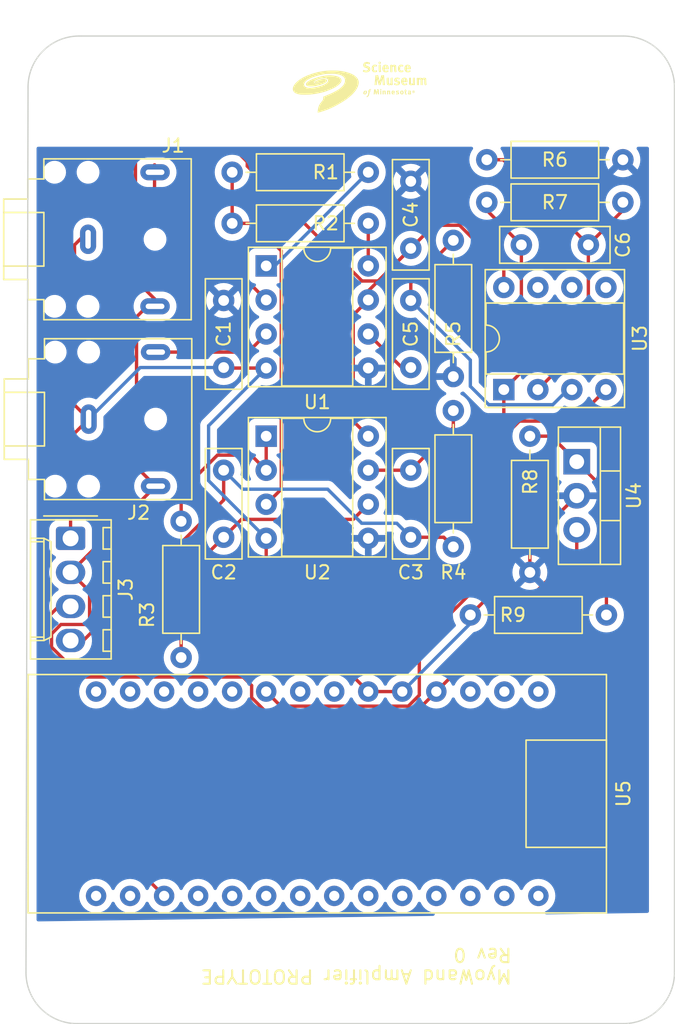
<source format=kicad_pcb>
(kicad_pcb (version 20221018) (generator pcbnew)
  (layers (0 "F.Cu" signal) (31 "B.Cu" signal) (34 "B.Paste" user) (35 "F.Paste" user) (36 "B.SilkS" user "B.Silkscreen") (37 "F.SilkS" user "F.Silkscreen") (38 "B.Mask" user) (39 "F.Mask" user) (44 "Edge.Cuts" user))
  (net 0 "")
  (net 1 "+2V5")
  (net 2 "GND")
  (net 3 "Net-(U2-NEG_B)")
  (net 4 "Net-(J3-Pin_4)")
  (net 5 "Net-(U2-OUT_B)")
  (net 6 "+5V")
  (net 7 "Net-(C5-Pad1)")
  (net 8 "Net-(U3-POS_A)")
  (net 9 "Net-(U3-NEG_A)")
  (net 10 "Net-(U3-OUT_A)")
  (net 11 "Net-(U1--)")
  (net 12 "Net-(U1-+)")
  (net 13 "Net-(J3-Pin_3)")
  (net 14 "Net-(U2-POS_A)")
  (net 15 "Net-(R1-Pad2)")
  (net 16 "Net-(R2-Pad2)")
  (net 17 "Net-(U2-NEG_A)")
  (net 18 "Net-(U4-ADJ)")
  (footprint "MountingHole:MountingHole_3.2mm_M3" (layer "F.Cu") (at 106.045 122.555)
    (fp_text reference "REF**" hide)
    (fp_text value "MountingHole_3.2mm_M3" hide)
    (pad "" np_thru_hole circle (at 0 0) (size 3.2 3.2) (drill 3.2) (layers "*.Cu" "*.Mask"))
  )
  (footprint "SMM:Resistor_L6.3mm_D2.5mm_P10.16mm_Horizontal" (layer "F.Cu") (at 93.345 67.945 -90)
    (fp_text reference "R5" (at 6.985 0 -90) (layer "F.SilkS"))
    (fp_text value "1M")
    (pad "1" thru_hole circle (at 0 0 270) (size 1.6 1.6) (drill 0.8) (layers "*.Cu" "*.Mask") (net 8 "Net-(U3-POS_A)"))
    (pad "2" thru_hole oval (at 10.16 0 270) (size 1.6 1.6) (drill 0.8) (layers "*.Cu" "*.Mask") (net 1 "+2V5"))
  )
  (footprint "SMM:Resistor_L6.3mm_D2.5mm_P10.16mm_Horizontal" (layer "F.Cu") (at 99.06 92.71 90)
    (fp_text reference "R8" (at 6.755 0.03 90) (layer "F.SilkS"))
    (fp_text value "240R")
    (pad "1" thru_hole circle (at 0 0 90) (size 1.6 1.6) (drill 0.8) (layers "*.Cu" "*.Mask") (net 1 "+2V5"))
    (pad "2" thru_hole oval (at 10.16 0 90) (size 1.6 1.6) (drill 0.8) (layers "*.Cu" "*.Mask") (net 18 "Net-(U4-ADJ)"))
  )
  (footprint "Capacitor_THT:C_Disc_D8.0mm_W2.5mm_P5.00mm" (layer "F.Cu") (at 90.17 77.43 90)
    (fp_text reference "C5" (at 2.5 0 270) (layer "F.SilkS"))
    (fp_text value "1uF")
    (pad "1" thru_hole circle (at 0 0 90) (size 1.6 1.6) (drill 0.8) (layers "*.Cu" "*.Mask") (net 7 "Net-(C5-Pad1)"))
    (pad "2" thru_hole circle (at 5 0 90) (size 1.6 1.6) (drill 0.8) (layers "*.Cu" "*.Mask") (net 8 "Net-(U3-POS_A)"))
  )
  (footprint "Capacitor_THT:C_Disc_D8.0mm_W2.5mm_P5.00mm" (layer "F.Cu") (at 76.2 72.43 -90)
    (fp_text reference "C1" (at 2.5 0 -90) (layer "F.SilkS"))
    (fp_text value "100nF")
    (pad "1" thru_hole circle (at 0 0 270) (size 1.6 1.6) (drill 0.8) (layers "*.Cu" "*.Mask") (net 1 "+2V5"))
    (pad "2" thru_hole circle (at 5 0 270) (size 1.6 1.6) (drill 0.8) (layers "*.Cu" "*.Mask") (net 2 "GND"))
  )
  (footprint "SMM:Resistor_L6.3mm_D2.5mm_P10.16mm_Horizontal" (layer "F.Cu") (at 76.835 66.675)
    (fp_text reference "R2" (at 6.985 0) (layer "F.SilkS"))
    (fp_text value "2.2k")
    (pad "1" thru_hole circle (at 0 0) (size 1.6 1.6) (drill 0.8) (layers "*.Cu" "*.Mask") (net 14 "Net-(U2-POS_A)"))
    (pad "2" thru_hole oval (at 10.16 0) (size 1.6 1.6) (drill 0.8) (layers "*.Cu" "*.Mask") (net 16 "Net-(R2-Pad2)"))
  )
  (footprint "Package_DIP:DIP-8_W7.62mm_Socket" (layer "F.Cu") (at 79.375 82.55)
    (fp_text reference "U2" (at 3.81 10.16) (layer "F.SilkS"))
    (fp_text value "LM1458N")
    (pad "1" thru_hole rect (at 0 0) (size 1.6 1.6) (drill 0.8) (layers "*.Cu" "*.Mask") (net 17 "Net-(U2-NEG_A)"))
    (pad "2" thru_hole oval (at 0 2.54) (size 1.6 1.6) (drill 0.8) (layers "*.Cu" "*.Mask") (net 17 "Net-(U2-NEG_A)"))
    (pad "3" thru_hole oval (at 0 5.08) (size 1.6 1.6) (drill 0.8) (layers "*.Cu" "*.Mask") (net 14 "Net-(U2-POS_A)"))
    (pad "4" thru_hole oval (at 0 7.62) (size 1.6 1.6) (drill 0.8) (layers "*.Cu" "*.Mask") (net 2 "GND"))
    (pad "5" thru_hole oval (at 7.62 7.62) (size 1.6 1.6) (drill 0.8) (layers "*.Cu" "*.Mask") (net 1 "+2V5"))
    (pad "6" thru_hole oval (at 7.62 5.08) (size 1.6 1.6) (drill 0.8) (layers "*.Cu" "*.Mask") (net 3 "Net-(U2-NEG_B)"))
    (pad "7" thru_hole oval (at 7.62 2.54) (size 1.6 1.6) (drill 0.8) (layers "*.Cu" "*.Mask") (net 5 "Net-(U2-OUT_B)"))
    (pad "8" thru_hole oval (at 7.62 0) (size 1.6 1.6) (drill 0.8) (layers "*.Cu" "*.Mask") (net 6 "+5V"))
  )
  (footprint "SMM:smm-logo-10mm" (layer "F.Cu") (at 86.36 56.515)
    (fp_text reference "G***")
    (fp_text value "LOGO" hide)
  )
  (footprint "SMM:Resistor_L6.3mm_D2.5mm_P10.16mm_Horizontal" (layer "F.Cu") (at 106.005 65.1075 180)
    (fp_text reference "R7" (at 5.08 0) (layer "F.SilkS"))
    (fp_text value "10k")
    (pad "1" thru_hole circle (at 0 0 180) (size 1.6 1.6) (drill 0.8) (layers "*.Cu" "*.Mask") (net 9 "Net-(U3-NEG_A)"))
    (pad "2" thru_hole oval (at 10.16 0 180) (size 1.6 1.6) (drill 0.8) (layers "*.Cu" "*.Mask") (net 10 "Net-(U3-OUT_A)"))
  )
  (footprint "Connector_Audio:Jack_3.5mm_CUI_SJ1-3523N_Horizontal" (layer "F.Cu") (at 66.0762 67.865 -90)
    (fp_text reference "J1" (at -6.985 -6.35) (layer "F.SilkS"))
    (fp_text value "Electrode1")
    (pad "" np_thru_hole circle (at -5 0 270) (size 1.2 1.2) (drill 1.2) (layers "F&B.Cu" "*.Mask"))
    (pad "" np_thru_hole circle (at -5 2.5 270) (size 1.2 1.2) (drill 1.2) (layers "F&B.Cu" "*.Mask"))
    (pad "" np_thru_hole circle (at 0 -5 270) (size 1.2 1.2) (drill 1.2) (layers "F&B.Cu" "*.Mask"))
    (pad "" np_thru_hole circle (at 5 0 270) (size 1.2 1.2) (drill 1.2) (layers "F&B.Cu" "*.Mask"))
    (pad "" np_thru_hole circle (at 5 2.5 270) (size 1.2 1.2) (drill 1.2) (layers "F&B.Cu" "*.Mask"))
    (pad "R" thru_hole oval (at -5 -5 270) (size 1.2 2.2) (drill oval 0.4 1.4) (layers "*.Cu" "*.Mask") (net 11 "Net-(U1--)"))
    (pad "S" thru_hole oval (at 0 0 270) (size 2.2 1.2) (drill oval 1.4 0.4) (layers "*.Cu" "*.Mask") (net 2 "GND"))
    (pad "T" thru_hole oval (at 5 -5 90) (size 1.2 2.2) (drill oval 0.4 1.4) (layers "*.Cu" "*.Mask") (net 6 "+5V"))
  )
  (footprint "SMM:Metro-Mini" (layer "F.Cu") (at 99.695 101.6 -90)
    (fp_text reference "U5" (at 7.62 -6.35 90) (layer "F.SilkS"))
    (fp_text value "Adafruit_Metro_Mini")
    (pad "1" thru_hole circle (at 0 0 270) (size 1.524 1.524) (drill 0.762) (layers "*.Cu" "*.Mask"))
    (pad "2" thru_hole circle (at 0 2.54 270) (size 1.524 1.524) (drill 0.762) (layers "*.Cu" "*.Mask"))
    (pad "3" thru_hole circle (at 0 5.08 270) (size 1.524 1.524) (drill 0.762) (layers "*.Cu" "*.Mask"))
    (pad "4" thru_hole circle (at 0 7.62 270) (size 1.524 1.524) (drill 0.762) (layers "*.Cu" "*.Mask") (net 6 "+5V"))
    (pad "5" thru_hole circle (at 0 10.16 270) (size 1.524 1.524) (drill 0.762) (layers "*.Cu" "*.Mask") (net 2 "GND"))
    (pad "6" thru_hole circle (at 0 12.7 270) (size 1.524 1.524) (drill 0.762) (layers "*.Cu" "*.Mask") (net 2 "GND"))
    (pad "7" thru_hole circle (at 0 15.24 270) (size 1.524 1.524) (drill 0.762) (layers "*.Cu" "*.Mask"))
    (pad "8" thru_hole circle (at 0 17.78 270) (size 1.524 1.524) (drill 0.762) (layers "*.Cu" "*.Mask"))
    (pad "9" thru_hole circle (at 0 20.32 270) (size 1.524 1.524) (drill 0.762) (layers "*.Cu" "*.Mask") (net 10 "Net-(U3-OUT_A)"))
    (pad "10" thru_hole circle (at 0 22.86 270) (size 1.524 1.524) (drill 0.762) (layers "*.Cu" "*.Mask"))
    (pad "11" thru_hole circle (at 0 25.4 270) (size 1.524 1.524) (drill 0.762) (layers "*.Cu" "*.Mask"))
    (pad "12" thru_hole circle (at 0 27.94 270) (size 1.524 1.524) (drill 0.762) (layers "*.Cu" "*.Mask"))
    (pad "13" thru_hole circle (at 0 30.48 270) (size 1.524 1.524) (drill 0.762) (layers "*.Cu" "*.Mask"))
    (pad "14" thru_hole circle (at 0 33.02 270) (size 1.524 1.524) (drill 0.762) (layers "*.Cu" "*.Mask"))
    (pad "15" thru_hole circle (at 15.24 33.02 270) (size 1.524 1.524) (drill 0.762) (layers "*.Cu" "*.Mask"))
    (pad "16" thru_hole circle (at 15.24 30.48 270) (size 1.524 1.524) (drill 0.762) (layers "*.Cu" "*.Mask"))
    (pad "17" thru_hole circle (at 15.24 27.94 270) (size 1.524 1.524) (drill 0.762) (layers "*.Cu" "*.Mask") (net 13 "Net-(J3-Pin_3)"))
    (pad "18" thru_hole circle (at 15.24 25.4 270) (size 1.524 1.524) (drill 0.762) (layers "*.Cu" "*.Mask"))
    (pad "19" thru_hole circle (at 15.24 22.86 270) (size 1.524 1.524) (drill 0.762) (layers "*.Cu" "*.Mask"))
    (pad "20" thru_hole circle (at 15.24 20.32 270) (size 1.524 1.524) (drill 0.762) (layers "*.Cu" "*.Mask"))
    (pad "21" thru_hole circle (at 15.24 17.78 270) (size 1.524 1.524) (drill 0.762) (layers "*.Cu" "*.Mask"))
    (pad "22" thru_hole circle (at 15.24 15.24 270) (size 1.524 1.524) (drill 0.762) (layers "*.Cu" "*.Mask"))
    (pad "23" thru_hole circle (at 15.24 12.7 270) (size 1.524 1.524) (drill 0.762) (layers "*.Cu" "*.Mask"))
    (pad "24" thru_hole circle (at 15.24 10.16 270) (size 1.524 1.524) (drill 0.762) (layers "*.Cu" "*.Mask"))
    (pad "25" thru_hole circle (at 15.24 7.62 270) (size 1.524 1.524) (drill 0.762) (layers "*.Cu" "*.Mask"))
    (pad "26" thru_hole circle (at 15.24 5.08 270) (size 1.524 1.524) (drill 0.762) (layers "*.Cu" "*.Mask"))
    (pad "27" thru_hole circle (at 15.24 2.54 270) (size 1.524 1.524) (drill 0.762) (layers "*.Cu" "*.Mask"))
    (pad "28" thru_hole circle (at 15.24 0 270) (size 1.524 1.524) (drill 0.762) (layers "*.Cu" "*.Mask"))
  )
  (footprint "SMM:KK-1x04" (layer "F.Cu") (at 64.77 90.17 -90)
    (fp_text reference "J3" (at 3.81 -4.12 90) (layer "F.SilkS"))
    (fp_text value "Conn_01x04")
    (pad "1" thru_hole roundrect (at 0 0 270) (size 1.74 2.19) (drill 1.19) (layers "*.Cu" "*.Mask") (roundrect_rratio 0.143678) (net 2 "GND"))
    (pad "2" thru_hole oval (at 2.54 0 270) (size 1.74 2.19) (drill 1.19) (layers "*.Cu" "*.Mask") (net 6 "+5V"))
    (pad "3" thru_hole oval (at 5.08 0 270) (size 1.74 2.19) (drill 1.19) (layers "*.Cu" "*.Mask") (net 13 "Net-(J3-Pin_3)"))
    (pad "4" thru_hole oval (at 7.62 0 270) (size 1.74 2.19) (drill 1.19) (layers "*.Cu" "*.Mask") (net 4 "Net-(J3-Pin_4)"))
  )
  (footprint "Connector_Audio:Jack_3.5mm_CUI_SJ1-3523N_Horizontal" (layer "F.Cu") (at 66.12 81.28 -90)
    (fp_text reference "J2" (at 6.985 -3.73 -180) (layer "F.SilkS"))
    (fp_text value "Electrode2")
    (pad "" np_thru_hole circle (at -5 0 270) (size 1.2 1.2) (drill 1.2) (layers "F&B.Cu" "*.Mask"))
    (pad "" np_thru_hole circle (at -5 2.5 270) (size 1.2 1.2) (drill 1.2) (layers "F&B.Cu" "*.Mask"))
    (pad "" np_thru_hole circle (at 0 -5 270) (size 1.2 1.2) (drill 1.2) (layers "F&B.Cu" "*.Mask"))
    (pad "" np_thru_hole circle (at 5 0 270) (size 1.2 1.2) (drill 1.2) (layers "F&B.Cu" "*.Mask"))
    (pad "" np_thru_hole circle (at 5 2.5 270) (size 1.2 1.2) (drill 1.2) (layers "F&B.Cu" "*.Mask"))
    (pad "R" thru_hole oval (at -5 -5 270) (size 1.2 2.2) (drill oval 0.4 1.4) (layers "*.Cu" "*.Mask") (net 12 "Net-(U1-+)"))
    (pad "S" thru_hole oval (at 0 0 270) (size 2.2 1.2) (drill oval 1.4 0.4) (layers "*.Cu" "*.Mask") (net 2 "GND"))
    (pad "T" thru_hole oval (at 5 -5 90) (size 1.2 2.2) (drill oval 0.4 1.4) (layers "*.Cu" "*.Mask") (net 6 "+5V"))
  )
  (footprint "Capacitor_THT:C_Disc_D8.0mm_W2.5mm_P5.00mm" (layer "F.Cu") (at 76.2 90.09 90)
    (fp_text reference "C2" (at -2.62 0) (layer "F.SilkS"))
    (fp_text value ".1nF")
    (pad "1" thru_hole circle (at 0 0 90) (size 1.6 1.6) (drill 0.8) (layers "*.Cu" "*.Mask") (net 3 "Net-(U2-NEG_B)"))
    (pad "2" thru_hole circle (at 5 0 90) (size 1.6 1.6) (drill 0.8) (layers "*.Cu" "*.Mask") (net 4 "Net-(J3-Pin_4)"))
  )
  (footprint "MountingHole:MountingHole_3.2mm_M3" (layer "F.Cu") (at 106.045 56.515)
    (fp_text reference "REF**" hide)
    (fp_text value "MountingHole_3.2mm_M3" hide)
    (pad "" np_thru_hole circle (at 0 0) (size 3.2 3.2) (drill 3.2) (layers "*.Cu" "*.Mask"))
  )
  (footprint "Package_DIP:DIP-8_W7.62mm_Socket" (layer "F.Cu") (at 79.375 69.85)
    (fp_text reference "U1" (at 3.81 10.16) (layer "F.SilkS"))
    (fp_text value "AD620")
    (pad "1" thru_hole rect (at 0 0) (size 1.6 1.6) (drill 0.8) (layers "*.Cu" "*.Mask") (net 15 "Net-(R1-Pad2)"))
    (pad "2" thru_hole oval (at 0 2.54) (size 1.6 1.6) (drill 0.8) (layers "*.Cu" "*.Mask") (net 11 "Net-(U1--)"))
    (pad "3" thru_hole oval (at 0 5.08) (size 1.6 1.6) (drill 0.8) (layers "*.Cu" "*.Mask") (net 12 "Net-(U1-+)"))
    (pad "4" thru_hole oval (at 0 7.62) (size 1.6 1.6) (drill 0.8) (layers "*.Cu" "*.Mask") (net 2 "GND"))
    (pad "5" thru_hole oval (at 7.62 7.62) (size 1.6 1.6) (drill 0.8) (layers "*.Cu" "*.Mask") (net 1 "+2V5"))
    (pad "6" thru_hole oval (at 7.62 5.08) (size 1.6 1.6) (drill 0.8) (layers "*.Cu" "*.Mask") (net 7 "Net-(C5-Pad1)"))
    (pad "7" thru_hole oval (at 7.62 2.54) (size 1.6 1.6) (drill 0.8) (layers "*.Cu" "*.Mask") (net 6 "+5V"))
    (pad "8" thru_hole oval (at 7.62 0) (size 1.6 1.6) (drill 0.8) (layers "*.Cu" "*.Mask") (net 16 "Net-(R2-Pad2)"))
  )
  (footprint "SMM:Resistor_L6.3mm_D2.5mm_P10.16mm_Horizontal" (layer "F.Cu") (at 104.775 95.885 180)
    (fp_text reference "R9" (at 6.985 0) (layer "F.SilkS"))
    (fp_text value "240R")
    (pad "1" thru_hole circle (at 0 0 180) (size 1.6 1.6) (drill 0.8) (layers "*.Cu" "*.Mask") (net 18 "Net-(U4-ADJ)"))
    (pad "2" thru_hole oval (at 10.16 0 180) (size 1.6 1.6) (drill 0.8) (layers "*.Cu" "*.Mask") (net 2 "GND"))
  )
  (footprint "Package_TO_SOT_THT:TO-220-3_Vertical" (layer "F.Cu") (at 102.56 84.455 -90)
    (fp_text reference "U4" (at 2.54 -4.27 90) (layer "F.SilkS"))
    (fp_text value "LM317_TO-220")
    (pad "1" thru_hole rect (at 0 0 270) (size 1.905 2) (drill 1.1) (layers "*.Cu" "*.Mask") (net 18 "Net-(U4-ADJ)"))
    (pad "2" thru_hole oval (at 2.54 0 270) (size 1.905 2) (drill 1.1) (layers "*.Cu" "*.Mask") (net 1 "+2V5"))
    (pad "3" thru_hole oval (at 5.08 0 270) (size 1.905 2) (drill 1.1) (layers "*.Cu" "*.Mask") (net 6 "+5V"))
  )
  (footprint "Capacitor_THT:C_Disc_D8.0mm_W2.5mm_P5.00mm" (layer "F.Cu") (at 90.17 85.09 -90)
    (fp_text reference "C3" (at 7.62 0) (layer "F.SilkS"))
    (fp_text value ".1nF")
    (pad "1" thru_hole circle (at 0 0 270) (size 1.6 1.6) (drill 0.8) (layers "*.Cu" "*.Mask") (net 5 "Net-(U2-OUT_B)"))
    (pad "2" thru_hole circle (at 5 0 270) (size 1.6 1.6) (drill 0.8) (layers "*.Cu" "*.Mask") (net 4 "Net-(J3-Pin_4)"))
  )
  (footprint "MountingHole:MountingHole_3.2mm_M3" (layer "F.Cu") (at 65.405 122.555)
    (fp_text reference "REF**" hide)
    (fp_text value "MountingHole_3.2mm_M3" hide)
    (pad "" np_thru_hole circle (at 0 0) (size 3.2 3.2) (drill 3.2) (layers "*.Cu" "*.Mask"))
  )
  (footprint "Package_DIP:DIP-8_W7.62mm_Socket" (layer "F.Cu") (at 97.115 79.0775 90)
    (fp_text reference "U3" (at 3.81 10.16 90) (layer "F.SilkS"))
    (fp_text value "LM1458N")
    (pad "1" thru_hole rect (at 0 0 90) (size 1.6 1.6) (drill 0.8) (layers "*.Cu" "*.Mask") (net 10 "Net-(U3-OUT_A)"))
    (pad "2" thru_hole oval (at 0 2.54 90) (size 1.6 1.6) (drill 0.8) (layers "*.Cu" "*.Mask") (net 9 "Net-(U3-NEG_A)"))
    (pad "3" thru_hole oval (at 0 5.08 90) (size 1.6 1.6) (drill 0.8) (layers "*.Cu" "*.Mask") (net 8 "Net-(U3-POS_A)"))
    (pad "4" thru_hole oval (at 0 7.62 90) (size 1.6 1.6) (drill 0.8) (layers "*.Cu" "*.Mask") (net 2 "GND"))
    (pad "5" thru_hole oval (at 7.62 7.62 90) (size 1.6 1.6) (drill 0.8) (layers "*.Cu" "*.Mask"))
    (pad "6" thru_hole oval (at 7.62 5.08 90) (size 1.6 1.6) (drill 0.8) (layers "*.Cu" "*.Mask"))
    (pad "7" thru_hole oval (at 7.62 2.54 90) (size 1.6 1.6) (drill 0.8) (layers "*.Cu" "*.Mask"))
    (pad "8" thru_hole oval (at 7.62 0 90) (size 1.6 1.6) (drill 0.8) (layers "*.Cu" "*.Mask") (net 6 "+5V"))
  )
  (footprint "SMM:Resistor_L6.3mm_D2.5mm_P10.16mm_Horizontal" (layer "F.Cu") (at 76.835 62.865)
    (fp_text reference "R1" (at 6.985 0) (layer "F.SilkS"))
    (fp_text value "2.2k")
    (pad "1" thru_hole circle (at 0 0) (size 1.6 1.6) (drill 0.8) (layers "*.Cu" "*.Mask") (net 14 "Net-(U2-POS_A)"))
    (pad "2" thru_hole oval (at 10.16 0) (size 1.6 1.6) (drill 0.8) (layers "*.Cu" "*.Mask") (net 15 "Net-(R1-Pad2)"))
  )
  (footprint "SMM:Resistor_L6.3mm_D2.5mm_P10.16mm_Horizontal" (layer "F.Cu") (at 73.025 88.9 -90)
    (fp_text reference "R3" (at 6.985 2.54 90) (layer "F.SilkS"))
    (fp_text value "10k")
    (pad "1" thru_hole circle (at 0 0 270) (size 1.6 1.6) (drill 0.8) (layers "*.Cu" "*.Mask") (net 17 "Net-(U2-NEG_A)"))
    (pad "2" thru_hole oval (at 10.16 0 270) (size 1.6 1.6) (drill 0.8) (layers "*.Cu" "*.Mask") (net 3 "Net-(U2-NEG_B)"))
  )
  (footprint "Capacitor_THT:C_Disc_D8.0mm_W2.5mm_P5.00mm" (layer "F.Cu") (at 90.17 68.54 90)
    (fp_text reference "C4" (at 2.5 0 90) (layer "F.SilkS"))
    (fp_text value "100nF")
    (pad "1" thru_hole circle (at 0 0 90) (size 1.6 1.6) (drill 0.8) (layers "*.Cu" "*.Mask") (net 6 "+5V"))
    (pad "2" thru_hole circle (at 5 0 90) (size 1.6 1.6) (drill 0.8) (layers "*.Cu" "*.Mask") (net 1 "+2V5"))
  )
  (footprint "SMM:Resistor_L6.3mm_D2.5mm_P10.16mm_Horizontal" (layer "F.Cu") (at 93.345 80.645 -90)
    (fp_text reference "R4" (at 12.065 0) (layer "F.SilkS"))
    (fp_text value "200k")
    (pad "1" thru_hole circle (at 0 0 270) (size 1.6 1.6) (drill 0.8) (layers "*.Cu" "*.Mask") (net 5 "Net-(U2-OUT_B)"))
    (pad "2" thru_hole oval (at 10.16 0 270) (size 1.6 1.6) (drill 0.8) (layers "*.Cu" "*.Mask") (net 4 "Net-(J3-Pin_4)"))
  )
  (footprint "SMM:Resistor_L6.3mm_D2.5mm_P10.16mm_Horizontal" (layer "F.Cu") (at 106.005 61.9325 180)
    (fp_text reference "R6" (at 5.08 0) (layer "F.SilkS"))
    (fp_text value "1k")
    (pad "1" thru_hole circle (at 0 0 180) (size 1.6 1.6) (drill 0.8) (layers "*.Cu" "*.Mask") (net 1 "+2V5"))
    (pad "2" thru_hole oval (at 10.16 0 180) (size 1.6 1.6) (drill 0.8) (layers "*.Cu" "*.Mask") (net 9 "Net-(U3-NEG_A)"))
  )
  (footprint "MountingHole:MountingHole_3.2mm_M3" (layer "F.Cu") (at 65.405 56.515)
    (fp_text reference "REF**" hide)
    (fp_text value "MountingHole_3.2mm_M3" hide)
    (pad "" np_thru_hole circle (at 0 0) (size 3.2 3.2) (drill 3.2) (layers "*.Cu" "*.Mask"))
  )
  (footprint "Capacitor_THT:C_Disc_D8.0mm_W2.5mm_P5.00mm" (layer "F.Cu") (at 103.425 68.2825 180)
    (fp_text reference "C6" (at -2.58 0 90) (layer "F.SilkS"))
    (fp_text value "1nF")
    (pad "1" thru_hole circle (at 0 0 180) (size 1.6 1.6) (drill 0.8) (layers "*.Cu" "*.Mask") (net 9 "Net-(U3-NEG_A)"))
    (pad "2" thru_hole circle (at 5 0 180) (size 1.6 1.6) (drill 0.8) (layers "*.Cu" "*.Mask") (net 10 "Net-(U3-OUT_A)"))
  )
  (gr_arc (start 61.595 56.515) (mid 62.710923 53.820923) (end 65.405 52.705) (stroke (width 0.1)) (layer "Edge.Cuts"))
  (gr_arc (start 106.045 52.705) (mid 108.739077 53.820923) (end 109.855 56.515) (stroke (width 0.1)) (layer "Edge.Cuts"))
  (gr_arc (start 109.855 122.555) (mid 108.739077 125.249077) (end 106.045 126.365) (stroke (width 0.1)) (layer "Edge.Cuts"))
  (gr_line (start 106.045 52.705) (end 65.405 52.705) (stroke (width 0.1)) (layer "Edge.Cuts"))
  (gr_arc (start 65.250923 126.365) (mid 62.556846 125.249077) (end 61.440923 122.555) (stroke (width 0.1)) (layer "Edge.Cuts"))
  (gr_line (start 61.595 56.515) (end 61.440923 122.555) (stroke (width 0.1)) (layer "Edge.Cuts"))
  (gr_line (start 109.855 122.555) (end 109.855 56.515) (stroke (width 0.1)) (layer "Edge.Cuts"))
  (gr_line (start 65.250923 126.365) (end 106.045 126.365) (stroke (width 0.1)) (layer "Edge.Cuts"))
  (gr_text "MyoWand Amplifier PROTOTYPE\nRev 0" (at 97.79 120.65 180) (layer "F.SilkS") (effects (font (size 1 1)) (justify left bottom)))
  (segment (start 99.06 92.71) (end 99.06 90.495) (width 0.25) (layer "F.Cu") (net 1))
  (segment (start 99.06 90.495) (end 102.56 86.995) (width 0.25) (layer "F.Cu") (net 1))
  (segment (start 86.995 101.6) (end 89.535 101.6) (width 0.25) (layer "F.Cu") (net 2))
  (segment (start 64.77 82.63) (end 64.77 90.17) (width 0.25) (layer "F.Cu") (net 2))
  (segment (start 98.28 81.425) (end 97.565 82.14) (width 0.25) (layer "F.Cu") (net 2))
  (segment (start 94.615 96.52) (end 94.615 95.885) (width 0.25) (layer "F.Cu") (net 2))
  (segment (start 79.375 90.17) (end 79.375 93.98) (width 0.25) (layer "F.Cu") (net 2))
  (segment (start 79.375 93.98) (end 86.995 101.6) (width 0.25) (layer "F.Cu") (net 2))
  (segment (start 97.565 82.14) (end 97.565 92.935) (width 0.25) (layer "F.Cu") (net 2))
  (segment (start 65.065 68.285) (end 65.065 80.225) (width 0.25) (layer "F.Cu") (net 2))
  (segment (start 65.065 80.225) (end 66.12 81.28) (width 0.25) (layer "F.Cu") (net 2))
  (segment (start 102.3875 81.425) (end 98.28 81.425) (width 0.25) (layer "F.Cu") (net 2))
  (segment (start 97.565 92.935) (end 94.615 95.885) (width 0.25) (layer "F.Cu") (net 2))
  (segment (start 104.735 79.0775) (end 102.3875 81.425) (width 0.25) (layer "F.Cu") (net 2))
  (segment (start 79.375 77.47) (end 76.24 77.47) (width 0.25) (layer "F.Cu") (net 2))
  (segment (start 66.04 67.31) (end 65.065 68.285) (width 0.25) (layer "F.Cu") (net 2))
  (segment (start 76.24 77.47) (end 76.2 77.43) (width 0.25) (layer "F.Cu") (net 2))
  (segment (start 66.12 81.28) (end 64.77 82.63) (width 0.25) (layer "F.Cu") (net 2))
  (segment (start 69.97 77.43) (end 66.12 81.28) (width 0.25) (layer "B.Cu") (net 2))
  (segment (start 75.075 85.87) (end 75.075 81.77) (width 0.25) (layer "B.Cu") (net 2))
  (segment (start 79.375 90.17) (end 75.075 85.87) (width 0.25) (layer "B.Cu") (net 2))
  (segment (start 75.075 81.77) (end 79.375 77.47) (width 0.25) (layer "B.Cu") (net 2))
  (segment (start 89.535 101.6) (end 94.615 96.52) (width 0.25) (layer "B.Cu") (net 2))
  (segment (start 76.2 77.43) (end 69.97 77.43) (width 0.25) (layer "B.Cu") (net 2))
  (segment (start 73.025 93.265) (end 76.2 90.09) (width 0.25) (layer "F.Cu") (net 3))
  (segment (start 85.87 88.755) (end 86.995 87.63) (width 0.25) (layer "F.Cu") (net 3))
  (segment (start 73.025 99.06) (end 73.025 93.265) (width 0.25) (layer "F.Cu") (net 3))
  (segment (start 77.535 88.755) (end 85.87 88.755) (width 0.25) (layer "F.Cu") (net 3))
  (segment (start 76.2 90.09) (end 77.535 88.755) (width 0.25) (layer "F.Cu") (net 3))
  (segment (start 92.63 90.09) (end 93.345 90.805) (width 0.25) (layer "F.Cu") (net 4))
  (segment (start 90.17 90.09) (end 92.63 90.09) (width 0.25) (layer "F.Cu") (net 4))
  (segment (start 76.2 87.315991) (end 76.2 85.09) (width 0.25) (layer "F.Cu") (net 4))
  (segment (start 64.77 97.79) (end 65.725991 97.79) (width 0.25) (layer "F.Cu") (net 4))
  (segment (start 65.725991 97.79) (end 76.2 87.315991) (width 0.25) (layer "F.Cu") (net 4))
  (segment (start 76.2 85.09) (end 77.615 86.505) (width 0.25) (layer "B.Cu") (net 4))
  (segment (start 83.965 86.505) (end 86.505 89.045) (width 0.25) (layer "B.Cu") (net 4))
  (segment (start 89.125 89.045) (end 90.17 90.09) (width 0.25) (layer "B.Cu") (net 4))
  (segment (start 77.615 86.505) (end 83.965 86.505) (width 0.25) (layer "B.Cu") (net 4))
  (segment (start 86.505 89.045) (end 89.125 89.045) (width 0.25) (layer "B.Cu") (net 4))
  (segment (start 93.345 81.915) (end 90.17 85.09) (width 0.25) (layer "F.Cu") (net 5))
  (segment (start 93.345 80.645) (end 93.345 81.915) (width 0.25) (layer "F.Cu") (net 5))
  (segment (start 86.995 85.09) (end 90.17 85.09) (width 0.25) (layer "F.Cu") (net 5))
  (segment (start 91.89 66.82) (end 93.810991 66.82) (width 0.25) (layer "F.Cu") (net 6))
  (segment (start 77.26 61.385) (end 70.06 61.385) (width 0.25) (layer "F.Cu") (net 6))
  (segment (start 63.35 98.284985) (end 65.578015 100.513) (width 0.25) (layer "F.Cu") (net 6))
  (segment (start 69.695 73.655) (end 69.695 84.855) (width 0.25) (layer "F.Cu") (net 6))
  (segment (start 69.695 84.855) (end 71.12 86.28) (width 0.25) (layer "F.Cu") (net 6))
  (segment (start 69.615 61.83) (end 69.615 70.885) (width 0.25) (layer "F.Cu") (net 6))
  (segment (start 92.075 101.6) (end 102.56 91.115) (width 0.25) (layer "F.Cu") (net 6))
  (segment (start 77.96 62.085) (end 77.26 61.385) (width 0.25) (layer "F.Cu") (net 6))
  (segment (start 66.19 94.13) (end 66.19 96.37) (width 0.25) (layer "F.Cu") (net 6))
  (segment (start 90.17 68.54) (end 91.89 66.82) (width 0.25) (layer "F.Cu") (net 6))
  (segment (start 65.578015 100.513) (end 77.651251 100.513) (width 0.25) (layer "F.Cu") (net 6))
  (segment (start 85.87 73.515) (end 85.87 81.425) (width 0.25) (layer "F.Cu") (net 6))
  (segment (start 97.115 70.124009) (end 97.115 71.4575) (width 0.25) (layer "F.Cu") (net 6))
  (segment (start 65.965 96.595) (end 64.050015 96.595) (width 0.25) (layer "F.Cu") (net 6))
  (segment (start 90.988 102.687) (end 92.075 101.6) (width 0.25) (layer "F.Cu") (net 6))
  (segment (start 67.23 90.17) (end 67.23 90.25) (width 0.25) (layer "F.Cu") (net 6))
  (segment (start 81.647749 105.41) (end 88.9 105.41) (width 0.25) (layer "F.Cu") (net 6))
  (segment (start 66.19 96.37) (end 65.965 96.595) (width 0.25) (layer "F.Cu") (net 6))
  (segment (start 77.96 62.405991) (end 77.96 62.085) (width 0.25) (layer "F.Cu") (net 6))
  (segment (start 71.04 72.31) (end 69.695 73.655) (width 0.25) (layer "F.Cu") (net 6))
  (segment (start 70.06 61.385) (end 69.615 61.83) (width 0.25) (layer "F.Cu") (net 6))
  (segment (start 63.35 97.295015) (end 63.35 98.284985) (width 0.25) (layer "F.Cu") (net 6))
  (segment (start 88.9 105.41) (end 90.988 103.322) (width 0.25) (layer "F.Cu") (net 6))
  (segment (start 93.810991 66.82) (end 97.115 70.124009) (width 0.25) (layer "F.Cu") (net 6))
  (segment (start 86.995 71.715) (end 86.995 72.39) (width 0.25) (layer "F.Cu") (net 6))
  (segment (start 86.529009 70.975) (end 77.96 62.405991) (width 0.25) (layer "F.Cu") (net 6))
  (segment (start 64.050015 96.595) (end 63.35 97.295015) (width 0.25) (layer "F.Cu") (net 6))
  (segment (start 87.735 70.975) (end 86.529009 70.975) (width 0.25) (layer "F.Cu") (net 6))
  (segment (start 69.615 70.885) (end 71.04 72.31) (width 0.25) (layer "F.Cu") (net 6))
  (segment (start 102.56 91.115) (end 102.56 89.535) (width 0.25) (layer "F.Cu") (net 6))
  (segment (start 71.12 86.28) (end 67.23 90.17) (width 0.25) (layer "F.Cu") (net 6))
  (segment (start 85.87 81.425) (end 86.995 82.55) (width 0.25) (layer "F.Cu") (net 6))
  (segment (start 77.651251 100.513) (end 78.288 101.149749) (width 0.25) (layer "F.Cu") (net 6))
  (segment (start 78.288 102.050251) (end 81.647749 105.41) (width 0.25) (layer "F.Cu") (net 6))
  (segment (start 67.23 90.25) (end 64.77 92.71) (width 0.25) (layer "F.Cu") (net 6))
  (segment (start 64.77 92.71) (end 66.19 94.13) (width 0.25) (layer "F.Cu") (net 6))
  (segment (start 90.17 68.54) (end 86.995 71.715) (width 0.25) (layer "F.Cu") (net 6))
  (segment (start 90.988 103.322) (end 90.988 102.687) (width 0.25) (layer "F.Cu") (net 6))
  (segment (start 90.17 68.54) (end 87.735 70.975) (width 0.25) (layer "F.Cu") (net 6))
  (segment (start 78.288 101.149749) (end 78.288 102.050251) (width 0.25) (layer "F.Cu") (net 6))
  (segment (start 86.995 72.39) (end 85.87 73.515) (width 0.25) (layer "F.Cu") (net 6))
  (segment (start 89.495 77.43) (end 90.17 77.43) (width 0.25) (layer "F.Cu") (net 7))
  (segment (start 86.995 74.93) (end 89.495 77.43) (width 0.25) (layer "F.Cu") (net 7))
  (segment (start 90.17 72.43) (end 90.17 71.12) (width 0.25) (layer "F.Cu") (net 8))
  (segment (start 90.17 71.12) (end 93.345 67.945) (width 0.25) (layer "F.Cu") (net 8))
  (segment (start 102.195 78.78) (end 100.7725 80.2025) (width 0.25) (layer "B.Cu") (net 8))
  (segment (start 94.615 76.875) (end 90.17 72.43) (width 0.25) (layer "B.Cu") (net 8))
  (segment (start 100.7725 80.2025) (end 95.99 80.2025) (width 0.25) (layer "B.Cu") (net 8))
  (segment (start 95.99 80.2025) (end 94.615 78.8275) (width 0.25) (layer "B.Cu") (net 8))
  (segment (start 94.615 78.8275) (end 94.615 76.875) (width 0.25) (layer "B.Cu") (net 8))
  (segment (start 102.195 79.0775) (end 102.195 78.78) (width 0.25) (layer "B.Cu") (net 8))
  (segment (start 106.005 65.7025) (end 106.005 65.1075) (width 0.25) (layer "F.Cu") (net 9))
  (segment (start 97.075 61.9325) (end 103.425 68.2825) (width 0.25) (layer "F.Cu") (net 9))
  (segment (start 103.425 68.2825) (end 103.425 75.3075) (width 0.25) (layer "F.Cu") (net 9))
  (segment (start 103.425 75.3075) (end 99.655 79.0775) (width 0.25) (layer "F.Cu") (net 9))
  (segment (start 95.845 61.9325) (end 97.075 61.9325) (width 0.25) (layer "F.Cu") (net 9))
  (segment (start 103.425 68.2825) (end 106.005 65.7025) (width 0.25) (layer "F.Cu") (net 9))
  (segment (start 97.115 79.0775) (end 98.425 77.7675) (width 0.25) (layer "F.Cu") (net 10))
  (segment (start 97.115 79.0775) (end 97.115 91.794009) (width 0.25) (layer "F.Cu") (net 10))
  (segment (start 89.985251 102.687) (end 90.805 101.867251) (width 0.25) (layer "F.Cu") (net 10))
  (segment (start 79.375 101.6) (end 80.462 102.687) (width 0.25) (layer "F.Cu") (net 10))
  (segment (start 80.462 102.687) (end 89.985251 102.687) (width 0.25) (layer "F.Cu") (net 10))
  (segment (start 98.425 77.7675) (end 98.425 68.2825) (width 0.25) (layer "F.Cu") (net 10))
  (segment (start 98.425 68.2825) (end 95.845 65.7025) (width 0.25) (layer "F.Cu") (net 10))
  (segment (start 97.115 91.794009) (end 91.914504 96.994504) (width 0.25) (layer "F.Cu") (net 10))
  (segment (start 90.805 98.104008) (end 91.914504 96.994504) (width 0.25) (layer "F.Cu") (net 10))
  (segment (start 95.845 65.7025) (end 95.845 65.1075) (width 0.25) (layer "F.Cu") (net 10))
  (segment (start 90.805 101.867251) (end 90.805 98.104008) (width 0.25) (layer "F.Cu") (net 10))
  (segment (start 71.04 62.31) (end 71.04 64.055) (width 0.25) (layer "F.Cu") (net 11))
  (segment (start 71.04 64.055) (end 79.375 72.39) (width 0.25) (layer "F.Cu") (net 11))
  (segment (start 78.025 76.28) (end 79.375 74.93) (width 0.25) (layer "F.Cu") (net 12))
  (segment (start 71.12 76.28) (end 78.025 76.28) (width 0.25) (layer "F.Cu") (net 12))
  (segment (start 64.77 95.25) (end 63.875 95.25) (width 0.25) (layer "F.Cu") (net 13))
  (segment (start 63.875 95.25) (end 62.9 96.225) (width 0.25) (layer "F.Cu") (net 13))
  (segment (start 62.9 96.225) (end 62.9 107.985) (width 0.25) (layer "F.Cu") (net 13))
  (segment (start 62.9 107.985) (end 71.755 116.84) (width 0.25) (layer "F.Cu") (net 13))
  (segment (start 80.5 86.505) (end 79.375 87.63) (width 0.25) (layer "F.Cu") (net 14))
  (segment (start 76.835 66.675) (end 76.835 62.865) (width 0.25) (layer "F.Cu") (net 14))
  (segment (start 78.45 66.675) (end 80.5 68.725) (width 0.25) (layer "F.Cu") (net 14))
  (segment (start 80.5 68.725) (end 80.5 86.505) (width 0.25) (layer "F.Cu") (net 14))
  (segment (start 76.835 66.675) (end 78.45 66.675) (width 0.25) (layer "F.Cu") (net 14))
  (segment (start 79.375 69.85) (end 80.01 69.85) (width 0.25) (layer "B.Cu") (net 15))
  (segment (start 80.01 69.85) (end 86.995 62.865) (width 0.25) (layer "B.Cu") (net 15))
  (segment (start 86.995 69.85) (end 86.995 66.675) (width 0.25) (layer "F.Cu") (net 16))
  (segment (start 78.25 83.965) (end 79.375 85.09) (width 0.25) (layer "F.Cu") (net 17))
  (segment (start 79.375 85.09) (end 79.375 82.55) (width 0.25) (layer "F.Cu") (net 17))
  (segment (start 75.734009 83.965) (end 78.25 83.965) (width 0.25) (layer "F.Cu") (net 17))
  (segment (start 73.025 88.9) (end 73.025 86.674009) (width 0.25) (layer "F.Cu") (net 17))
  (segment (start 73.025 86.674009) (end 75.734009 83.965) (width 0.25) (layer "F.Cu") (net 17))
  (segment (start 104.775 86.67) (end 102.56 84.455) (width 0.25) (layer "F.Cu") (net 18))
  (segment (start 100.655 82.55) (end 102.56 84.455) (width 0.25) (layer "F.Cu") (net 18))
  (segment (start 99.06 82.55) (end 100.655 82.55) (width 0.25) (layer "F.Cu") (net 18))
  (segment (start 104.775 95.885) (end 104.775 86.67) (width 0.25) (layer "F.Cu") (net 18))
  (zone (net 1) (net_name "+2V5") (layer "B.Cu") (connect_pads (clearance 0.5)) (min_thickness 0.25) (fill yes (thermal_gap 0.5) (thermal_bridge_width 0.5))
    (polygon (pts (xy 62.23 60.96) (xy 107.95 60.96) (xy 107.95 118.11) (xy 62.23 118.745)))
  )
)
</source>
